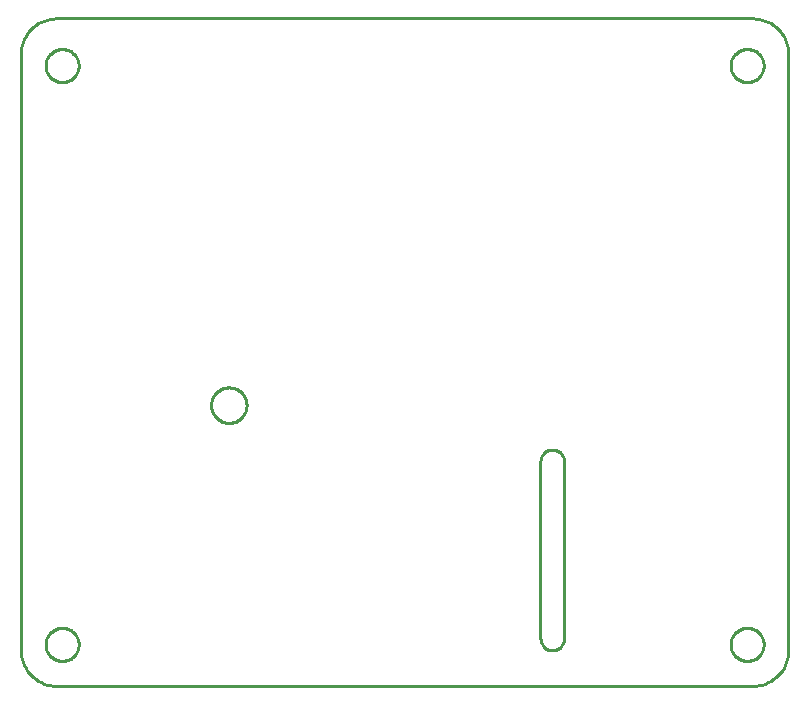
<source format=gbr>
G04 EAGLE Gerber RS-274X export*
G75*
%MOMM*%
%FSLAX34Y34*%
%LPD*%
%IN*%
%IPPOS*%
%AMOC8*
5,1,8,0,0,1.08239X$1,22.5*%
G01*
%ADD10C,0.254000*%


D10*
X2540Y40160D02*
X2654Y37545D01*
X2996Y34951D01*
X3562Y32395D01*
X4349Y29899D01*
X5351Y27481D01*
X6559Y25160D01*
X7965Y22953D01*
X9559Y20876D01*
X11327Y18947D01*
X13256Y17179D01*
X15333Y15585D01*
X17540Y14179D01*
X19861Y12971D01*
X22279Y11969D01*
X24775Y11182D01*
X27331Y10616D01*
X29925Y10274D01*
X32540Y10160D01*
X622540Y10160D01*
X625155Y10274D01*
X627749Y10616D01*
X630305Y11182D01*
X632801Y11969D01*
X635219Y12971D01*
X637540Y14179D01*
X639747Y15585D01*
X641824Y17179D01*
X643753Y18947D01*
X645521Y20876D01*
X647115Y22953D01*
X648521Y25160D01*
X649729Y27481D01*
X650731Y29899D01*
X651518Y32395D01*
X652084Y34951D01*
X652426Y37545D01*
X652540Y40160D01*
X652540Y545160D01*
X652426Y547775D01*
X652084Y550369D01*
X651518Y552925D01*
X650731Y555421D01*
X649729Y557839D01*
X648521Y560160D01*
X647115Y562367D01*
X645521Y564444D01*
X643753Y566373D01*
X641824Y568141D01*
X639747Y569735D01*
X637540Y571141D01*
X635219Y572349D01*
X632801Y573351D01*
X630305Y574138D01*
X627749Y574704D01*
X625155Y575046D01*
X622540Y575160D01*
X32540Y575160D01*
X29925Y575046D01*
X27331Y574704D01*
X24775Y574138D01*
X22279Y573351D01*
X19861Y572349D01*
X17540Y571141D01*
X15333Y569735D01*
X13256Y568141D01*
X11327Y566373D01*
X9559Y564444D01*
X7965Y562367D01*
X6559Y560160D01*
X5351Y557839D01*
X4349Y555421D01*
X3562Y552925D01*
X2996Y550369D01*
X2654Y547775D01*
X2540Y545160D01*
X2540Y40160D01*
X442540Y50160D02*
X442578Y49288D01*
X442692Y48424D01*
X442881Y47572D01*
X443143Y46740D01*
X443477Y45934D01*
X443880Y45160D01*
X444348Y44424D01*
X444880Y43732D01*
X445469Y43089D01*
X446112Y42500D01*
X446804Y41968D01*
X447540Y41500D01*
X448314Y41097D01*
X449120Y40763D01*
X449952Y40501D01*
X450804Y40312D01*
X451668Y40198D01*
X452540Y40160D01*
X453412Y40198D01*
X454276Y40312D01*
X455128Y40501D01*
X455960Y40763D01*
X456766Y41097D01*
X457540Y41500D01*
X458276Y41968D01*
X458968Y42500D01*
X459611Y43089D01*
X460200Y43732D01*
X460732Y44424D01*
X461200Y45160D01*
X461603Y45934D01*
X461937Y46740D01*
X462199Y47572D01*
X462388Y48424D01*
X462502Y49288D01*
X462540Y50160D01*
X462540Y200160D01*
X462502Y201032D01*
X462388Y201896D01*
X462199Y202748D01*
X461937Y203580D01*
X461603Y204386D01*
X461200Y205160D01*
X460732Y205896D01*
X460200Y206588D01*
X459611Y207231D01*
X458968Y207820D01*
X458276Y208352D01*
X457540Y208820D01*
X456766Y209223D01*
X455960Y209557D01*
X455128Y209819D01*
X454276Y210008D01*
X453412Y210122D01*
X452540Y210160D01*
X451668Y210122D01*
X450804Y210008D01*
X449952Y209819D01*
X449120Y209557D01*
X448314Y209223D01*
X447540Y208820D01*
X446804Y208352D01*
X446112Y207820D01*
X445469Y207231D01*
X444880Y206588D01*
X444348Y205896D01*
X443880Y205160D01*
X443477Y204386D01*
X443143Y203580D01*
X442881Y202748D01*
X442692Y201896D01*
X442578Y201032D01*
X442540Y200160D01*
X442540Y50160D01*
X51540Y44660D02*
X51469Y43663D01*
X51326Y42673D01*
X51114Y41696D01*
X50832Y40736D01*
X50483Y39799D01*
X50067Y38889D01*
X49588Y38012D01*
X49047Y37170D01*
X48448Y36370D01*
X47793Y35614D01*
X47086Y34907D01*
X46330Y34252D01*
X45530Y33653D01*
X44688Y33112D01*
X43811Y32633D01*
X42901Y32217D01*
X41964Y31868D01*
X41005Y31586D01*
X40027Y31374D01*
X39038Y31231D01*
X38040Y31160D01*
X37040Y31160D01*
X36043Y31231D01*
X35053Y31374D01*
X34076Y31586D01*
X33116Y31868D01*
X32179Y32217D01*
X31269Y32633D01*
X30392Y33112D01*
X29550Y33653D01*
X28750Y34252D01*
X27994Y34907D01*
X27287Y35614D01*
X26632Y36370D01*
X26033Y37170D01*
X25492Y38012D01*
X25013Y38889D01*
X24597Y39799D01*
X24248Y40736D01*
X23966Y41696D01*
X23754Y42673D01*
X23611Y43663D01*
X23540Y44660D01*
X23540Y45660D01*
X23611Y46658D01*
X23754Y47647D01*
X23966Y48625D01*
X24248Y49584D01*
X24597Y50521D01*
X25013Y51431D01*
X25492Y52308D01*
X26033Y53150D01*
X26632Y53950D01*
X27287Y54706D01*
X27994Y55413D01*
X28750Y56068D01*
X29550Y56667D01*
X30392Y57208D01*
X31269Y57687D01*
X32179Y58103D01*
X33116Y58452D01*
X34076Y58734D01*
X35053Y58946D01*
X36043Y59089D01*
X37040Y59160D01*
X38040Y59160D01*
X39038Y59089D01*
X40027Y58946D01*
X41005Y58734D01*
X41964Y58452D01*
X42901Y58103D01*
X43811Y57687D01*
X44688Y57208D01*
X45530Y56667D01*
X46330Y56068D01*
X47086Y55413D01*
X47793Y54706D01*
X48448Y53950D01*
X49047Y53150D01*
X49588Y52308D01*
X50067Y51431D01*
X50483Y50521D01*
X50832Y49584D01*
X51114Y48625D01*
X51326Y47647D01*
X51469Y46658D01*
X51540Y45660D01*
X51540Y44660D01*
X51540Y534660D02*
X51469Y533663D01*
X51326Y532673D01*
X51114Y531696D01*
X50832Y530736D01*
X50483Y529799D01*
X50067Y528889D01*
X49588Y528012D01*
X49047Y527170D01*
X48448Y526370D01*
X47793Y525614D01*
X47086Y524907D01*
X46330Y524252D01*
X45530Y523653D01*
X44688Y523112D01*
X43811Y522633D01*
X42901Y522217D01*
X41964Y521868D01*
X41005Y521586D01*
X40027Y521374D01*
X39038Y521231D01*
X38040Y521160D01*
X37040Y521160D01*
X36043Y521231D01*
X35053Y521374D01*
X34076Y521586D01*
X33116Y521868D01*
X32179Y522217D01*
X31269Y522633D01*
X30392Y523112D01*
X29550Y523653D01*
X28750Y524252D01*
X27994Y524907D01*
X27287Y525614D01*
X26632Y526370D01*
X26033Y527170D01*
X25492Y528012D01*
X25013Y528889D01*
X24597Y529799D01*
X24248Y530736D01*
X23966Y531696D01*
X23754Y532673D01*
X23611Y533663D01*
X23540Y534660D01*
X23540Y535660D01*
X23611Y536658D01*
X23754Y537647D01*
X23966Y538625D01*
X24248Y539584D01*
X24597Y540521D01*
X25013Y541431D01*
X25492Y542308D01*
X26033Y543150D01*
X26632Y543950D01*
X27287Y544706D01*
X27994Y545413D01*
X28750Y546068D01*
X29550Y546667D01*
X30392Y547208D01*
X31269Y547687D01*
X32179Y548103D01*
X33116Y548452D01*
X34076Y548734D01*
X35053Y548946D01*
X36043Y549089D01*
X37040Y549160D01*
X38040Y549160D01*
X39038Y549089D01*
X40027Y548946D01*
X41005Y548734D01*
X41964Y548452D01*
X42901Y548103D01*
X43811Y547687D01*
X44688Y547208D01*
X45530Y546667D01*
X46330Y546068D01*
X47086Y545413D01*
X47793Y544706D01*
X48448Y543950D01*
X49047Y543150D01*
X49588Y542308D01*
X50067Y541431D01*
X50483Y540521D01*
X50832Y539584D01*
X51114Y538625D01*
X51326Y537647D01*
X51469Y536658D01*
X51540Y535660D01*
X51540Y534660D01*
X631540Y534660D02*
X631469Y533663D01*
X631326Y532673D01*
X631114Y531696D01*
X630832Y530736D01*
X630483Y529799D01*
X630067Y528889D01*
X629588Y528012D01*
X629047Y527170D01*
X628448Y526370D01*
X627793Y525614D01*
X627086Y524907D01*
X626330Y524252D01*
X625530Y523653D01*
X624688Y523112D01*
X623811Y522633D01*
X622901Y522217D01*
X621964Y521868D01*
X621005Y521586D01*
X620027Y521374D01*
X619038Y521231D01*
X618040Y521160D01*
X617040Y521160D01*
X616043Y521231D01*
X615053Y521374D01*
X614076Y521586D01*
X613116Y521868D01*
X612179Y522217D01*
X611269Y522633D01*
X610392Y523112D01*
X609550Y523653D01*
X608750Y524252D01*
X607994Y524907D01*
X607287Y525614D01*
X606632Y526370D01*
X606033Y527170D01*
X605492Y528012D01*
X605013Y528889D01*
X604597Y529799D01*
X604248Y530736D01*
X603966Y531696D01*
X603754Y532673D01*
X603611Y533663D01*
X603540Y534660D01*
X603540Y535660D01*
X603611Y536658D01*
X603754Y537647D01*
X603966Y538625D01*
X604248Y539584D01*
X604597Y540521D01*
X605013Y541431D01*
X605492Y542308D01*
X606033Y543150D01*
X606632Y543950D01*
X607287Y544706D01*
X607994Y545413D01*
X608750Y546068D01*
X609550Y546667D01*
X610392Y547208D01*
X611269Y547687D01*
X612179Y548103D01*
X613116Y548452D01*
X614076Y548734D01*
X615053Y548946D01*
X616043Y549089D01*
X617040Y549160D01*
X618040Y549160D01*
X619038Y549089D01*
X620027Y548946D01*
X621005Y548734D01*
X621964Y548452D01*
X622901Y548103D01*
X623811Y547687D01*
X624688Y547208D01*
X625530Y546667D01*
X626330Y546068D01*
X627086Y545413D01*
X627793Y544706D01*
X628448Y543950D01*
X629047Y543150D01*
X629588Y542308D01*
X630067Y541431D01*
X630483Y540521D01*
X630832Y539584D01*
X631114Y538625D01*
X631326Y537647D01*
X631469Y536658D01*
X631540Y535660D01*
X631540Y534660D01*
X631540Y44660D02*
X631469Y43663D01*
X631326Y42673D01*
X631114Y41696D01*
X630832Y40736D01*
X630483Y39799D01*
X630067Y38889D01*
X629588Y38012D01*
X629047Y37170D01*
X628448Y36370D01*
X627793Y35614D01*
X627086Y34907D01*
X626330Y34252D01*
X625530Y33653D01*
X624688Y33112D01*
X623811Y32633D01*
X622901Y32217D01*
X621964Y31868D01*
X621005Y31586D01*
X620027Y31374D01*
X619038Y31231D01*
X618040Y31160D01*
X617040Y31160D01*
X616043Y31231D01*
X615053Y31374D01*
X614076Y31586D01*
X613116Y31868D01*
X612179Y32217D01*
X611269Y32633D01*
X610392Y33112D01*
X609550Y33653D01*
X608750Y34252D01*
X607994Y34907D01*
X607287Y35614D01*
X606632Y36370D01*
X606033Y37170D01*
X605492Y38012D01*
X605013Y38889D01*
X604597Y39799D01*
X604248Y40736D01*
X603966Y41696D01*
X603754Y42673D01*
X603611Y43663D01*
X603540Y44660D01*
X603540Y45660D01*
X603611Y46658D01*
X603754Y47647D01*
X603966Y48625D01*
X604248Y49584D01*
X604597Y50521D01*
X605013Y51431D01*
X605492Y52308D01*
X606033Y53150D01*
X606632Y53950D01*
X607287Y54706D01*
X607994Y55413D01*
X608750Y56068D01*
X609550Y56667D01*
X610392Y57208D01*
X611269Y57687D01*
X612179Y58103D01*
X613116Y58452D01*
X614076Y58734D01*
X615053Y58946D01*
X616043Y59089D01*
X617040Y59160D01*
X618040Y59160D01*
X619038Y59089D01*
X620027Y58946D01*
X621005Y58734D01*
X621964Y58452D01*
X622901Y58103D01*
X623811Y57687D01*
X624688Y57208D01*
X625530Y56667D01*
X626330Y56068D01*
X627086Y55413D01*
X627793Y54706D01*
X628448Y53950D01*
X629047Y53150D01*
X629588Y52308D01*
X630067Y51431D01*
X630483Y50521D01*
X630832Y49584D01*
X631114Y48625D01*
X631326Y47647D01*
X631469Y46658D01*
X631540Y45660D01*
X631540Y44660D01*
X178144Y232730D02*
X177076Y232806D01*
X176015Y232959D01*
X174968Y233187D01*
X173940Y233489D01*
X172936Y233863D01*
X171961Y234308D01*
X171021Y234822D01*
X170120Y235401D01*
X169262Y236043D01*
X168452Y236745D01*
X167695Y237502D01*
X166993Y238312D01*
X166351Y239170D01*
X165772Y240071D01*
X165258Y241011D01*
X164813Y241986D01*
X164439Y242990D01*
X164137Y244018D01*
X163909Y245065D01*
X163756Y246126D01*
X163680Y247194D01*
X163680Y248266D01*
X163756Y249334D01*
X163909Y250395D01*
X164137Y251442D01*
X164439Y252470D01*
X164813Y253474D01*
X165258Y254449D01*
X165772Y255389D01*
X166351Y256290D01*
X166993Y257148D01*
X167695Y257958D01*
X168452Y258715D01*
X169262Y259417D01*
X170120Y260059D01*
X171021Y260638D01*
X171961Y261152D01*
X172936Y261597D01*
X173940Y261971D01*
X174968Y262273D01*
X176015Y262501D01*
X177076Y262654D01*
X178144Y262730D01*
X179216Y262730D01*
X180284Y262654D01*
X181345Y262501D01*
X182392Y262273D01*
X183420Y261971D01*
X184424Y261597D01*
X185399Y261152D01*
X186339Y260638D01*
X187240Y260059D01*
X188098Y259417D01*
X188908Y258715D01*
X189665Y257958D01*
X190367Y257148D01*
X191009Y256290D01*
X191588Y255389D01*
X192102Y254449D01*
X192547Y253474D01*
X192921Y252470D01*
X193223Y251442D01*
X193451Y250395D01*
X193604Y249334D01*
X193680Y248266D01*
X193680Y247194D01*
X193604Y246126D01*
X193451Y245065D01*
X193223Y244018D01*
X192921Y242990D01*
X192547Y241986D01*
X192102Y241011D01*
X191588Y240071D01*
X191009Y239170D01*
X190367Y238312D01*
X189665Y237502D01*
X188908Y236745D01*
X188098Y236043D01*
X187240Y235401D01*
X186339Y234822D01*
X185399Y234308D01*
X184424Y233863D01*
X183420Y233489D01*
X182392Y233187D01*
X181345Y232959D01*
X180284Y232806D01*
X179216Y232730D01*
X178144Y232730D01*
M02*

</source>
